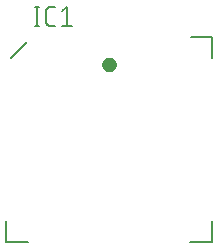
<source format=gbr>
G04 EAGLE Gerber RS-274X export*
G75*
%MOMM*%
%FSLAX34Y34*%
%LPD*%
%INSilkscreen Top*%
%IPPOS*%
%AMOC8*
5,1,8,0,0,1.08239X$1,22.5*%
G01*
%ADD10C,0.203200*%
%ADD11C,0.609600*%
%ADD12C,0.152400*%


D10*
X-311150Y43690D02*
X-297690Y57150D01*
X-315470Y-94490D02*
X-315470Y-112270D01*
X-297430Y-112270D01*
X-159770Y-112270D02*
X-141730Y-112270D01*
X-141730Y-94490D01*
X-141730Y43180D02*
X-141730Y61470D01*
X-159260Y61470D01*
D11*
X-231600Y37899D02*
X-231598Y38008D01*
X-231592Y38117D01*
X-231582Y38225D01*
X-231568Y38333D01*
X-231551Y38441D01*
X-231529Y38548D01*
X-231504Y38654D01*
X-231474Y38758D01*
X-231441Y38862D01*
X-231404Y38965D01*
X-231364Y39066D01*
X-231320Y39165D01*
X-231272Y39263D01*
X-231220Y39360D01*
X-231166Y39454D01*
X-231108Y39546D01*
X-231046Y39636D01*
X-230981Y39723D01*
X-230914Y39809D01*
X-230843Y39892D01*
X-230769Y39972D01*
X-230692Y40049D01*
X-230613Y40124D01*
X-230531Y40195D01*
X-230446Y40264D01*
X-230359Y40329D01*
X-230270Y40392D01*
X-230178Y40450D01*
X-230084Y40506D01*
X-229989Y40558D01*
X-229891Y40607D01*
X-229792Y40652D01*
X-229691Y40694D01*
X-229589Y40731D01*
X-229486Y40765D01*
X-229381Y40796D01*
X-229275Y40822D01*
X-229169Y40845D01*
X-229061Y40863D01*
X-228953Y40878D01*
X-228845Y40889D01*
X-228736Y40896D01*
X-228627Y40899D01*
X-228518Y40898D01*
X-228409Y40893D01*
X-228301Y40884D01*
X-228193Y40871D01*
X-228085Y40854D01*
X-227978Y40834D01*
X-227872Y40809D01*
X-227767Y40781D01*
X-227663Y40749D01*
X-227560Y40713D01*
X-227458Y40673D01*
X-227358Y40630D01*
X-227260Y40583D01*
X-227163Y40533D01*
X-227069Y40479D01*
X-226976Y40421D01*
X-226885Y40361D01*
X-226797Y40297D01*
X-226711Y40230D01*
X-226628Y40160D01*
X-226547Y40087D01*
X-226469Y40011D01*
X-226394Y39932D01*
X-226321Y39850D01*
X-226252Y39766D01*
X-226186Y39680D01*
X-226123Y39591D01*
X-226063Y39500D01*
X-226006Y39407D01*
X-225953Y39312D01*
X-225904Y39215D01*
X-225858Y39116D01*
X-225816Y39016D01*
X-225777Y38914D01*
X-225742Y38810D01*
X-225711Y38706D01*
X-225683Y38601D01*
X-225660Y38494D01*
X-225640Y38387D01*
X-225624Y38279D01*
X-225612Y38171D01*
X-225604Y38062D01*
X-225600Y37953D01*
X-225600Y37845D01*
X-225604Y37736D01*
X-225612Y37627D01*
X-225624Y37519D01*
X-225640Y37411D01*
X-225660Y37304D01*
X-225683Y37197D01*
X-225711Y37092D01*
X-225742Y36988D01*
X-225777Y36884D01*
X-225816Y36782D01*
X-225858Y36682D01*
X-225904Y36583D01*
X-225953Y36486D01*
X-226006Y36391D01*
X-226063Y36298D01*
X-226123Y36207D01*
X-226186Y36118D01*
X-226252Y36032D01*
X-226321Y35948D01*
X-226394Y35866D01*
X-226469Y35787D01*
X-226547Y35711D01*
X-226628Y35638D01*
X-226711Y35568D01*
X-226797Y35501D01*
X-226885Y35437D01*
X-226976Y35377D01*
X-227069Y35319D01*
X-227163Y35265D01*
X-227260Y35215D01*
X-227358Y35168D01*
X-227458Y35125D01*
X-227560Y35085D01*
X-227663Y35049D01*
X-227767Y35017D01*
X-227872Y34989D01*
X-227978Y34964D01*
X-228085Y34944D01*
X-228193Y34927D01*
X-228301Y34914D01*
X-228409Y34905D01*
X-228518Y34900D01*
X-228627Y34899D01*
X-228736Y34902D01*
X-228845Y34909D01*
X-228953Y34920D01*
X-229061Y34935D01*
X-229169Y34953D01*
X-229275Y34976D01*
X-229381Y35002D01*
X-229486Y35033D01*
X-229589Y35067D01*
X-229691Y35104D01*
X-229792Y35146D01*
X-229891Y35191D01*
X-229989Y35240D01*
X-230084Y35292D01*
X-230178Y35348D01*
X-230270Y35406D01*
X-230359Y35469D01*
X-230446Y35534D01*
X-230531Y35603D01*
X-230613Y35674D01*
X-230692Y35749D01*
X-230769Y35826D01*
X-230843Y35906D01*
X-230914Y35989D01*
X-230981Y36075D01*
X-231046Y36162D01*
X-231108Y36252D01*
X-231166Y36344D01*
X-231220Y36438D01*
X-231272Y36535D01*
X-231320Y36633D01*
X-231364Y36732D01*
X-231404Y36833D01*
X-231441Y36936D01*
X-231474Y37040D01*
X-231504Y37144D01*
X-231529Y37250D01*
X-231551Y37357D01*
X-231568Y37465D01*
X-231582Y37573D01*
X-231592Y37681D01*
X-231598Y37790D01*
X-231600Y37899D01*
D12*
X-289832Y70612D02*
X-289832Y86868D01*
X-291638Y70612D02*
X-288026Y70612D01*
X-288026Y86868D02*
X-291638Y86868D01*
X-278269Y70612D02*
X-274657Y70612D01*
X-278269Y70612D02*
X-278387Y70614D01*
X-278505Y70620D01*
X-278623Y70629D01*
X-278740Y70643D01*
X-278857Y70660D01*
X-278974Y70681D01*
X-279089Y70706D01*
X-279204Y70735D01*
X-279318Y70768D01*
X-279430Y70804D01*
X-279541Y70844D01*
X-279651Y70887D01*
X-279760Y70934D01*
X-279867Y70984D01*
X-279972Y71039D01*
X-280075Y71096D01*
X-280176Y71157D01*
X-280276Y71221D01*
X-280373Y71288D01*
X-280468Y71358D01*
X-280560Y71432D01*
X-280651Y71508D01*
X-280738Y71588D01*
X-280823Y71670D01*
X-280905Y71755D01*
X-280985Y71842D01*
X-281061Y71933D01*
X-281135Y72025D01*
X-281205Y72120D01*
X-281272Y72217D01*
X-281336Y72317D01*
X-281397Y72418D01*
X-281454Y72521D01*
X-281509Y72626D01*
X-281559Y72733D01*
X-281606Y72842D01*
X-281649Y72952D01*
X-281689Y73063D01*
X-281725Y73175D01*
X-281758Y73289D01*
X-281787Y73404D01*
X-281812Y73519D01*
X-281833Y73636D01*
X-281850Y73753D01*
X-281864Y73870D01*
X-281873Y73988D01*
X-281879Y74106D01*
X-281881Y74224D01*
X-281882Y74224D02*
X-281882Y83256D01*
X-281881Y83256D02*
X-281879Y83374D01*
X-281873Y83492D01*
X-281864Y83610D01*
X-281850Y83727D01*
X-281833Y83844D01*
X-281812Y83961D01*
X-281787Y84076D01*
X-281758Y84191D01*
X-281725Y84305D01*
X-281689Y84417D01*
X-281649Y84528D01*
X-281606Y84638D01*
X-281559Y84747D01*
X-281509Y84854D01*
X-281454Y84959D01*
X-281397Y85062D01*
X-281336Y85163D01*
X-281272Y85263D01*
X-281205Y85360D01*
X-281135Y85455D01*
X-281061Y85547D01*
X-280985Y85638D01*
X-280905Y85725D01*
X-280823Y85810D01*
X-280738Y85892D01*
X-280651Y85972D01*
X-280560Y86048D01*
X-280468Y86122D01*
X-280373Y86192D01*
X-280276Y86259D01*
X-280176Y86323D01*
X-280075Y86384D01*
X-279972Y86441D01*
X-279867Y86496D01*
X-279760Y86546D01*
X-279651Y86593D01*
X-279541Y86636D01*
X-279430Y86676D01*
X-279318Y86712D01*
X-279204Y86745D01*
X-279089Y86774D01*
X-278974Y86799D01*
X-278857Y86820D01*
X-278740Y86837D01*
X-278623Y86851D01*
X-278505Y86860D01*
X-278387Y86866D01*
X-278269Y86868D01*
X-274657Y86868D01*
X-268816Y83256D02*
X-264301Y86868D01*
X-264301Y70612D01*
X-268816Y70612D02*
X-259785Y70612D01*
M02*

</source>
